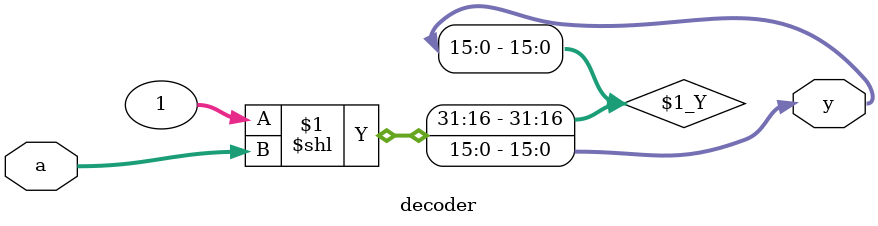
<source format=v>
module decoder(a,y);
input [3:0]a;
output [15:0]y;
assign y=1<<a;
endmodule 

</source>
